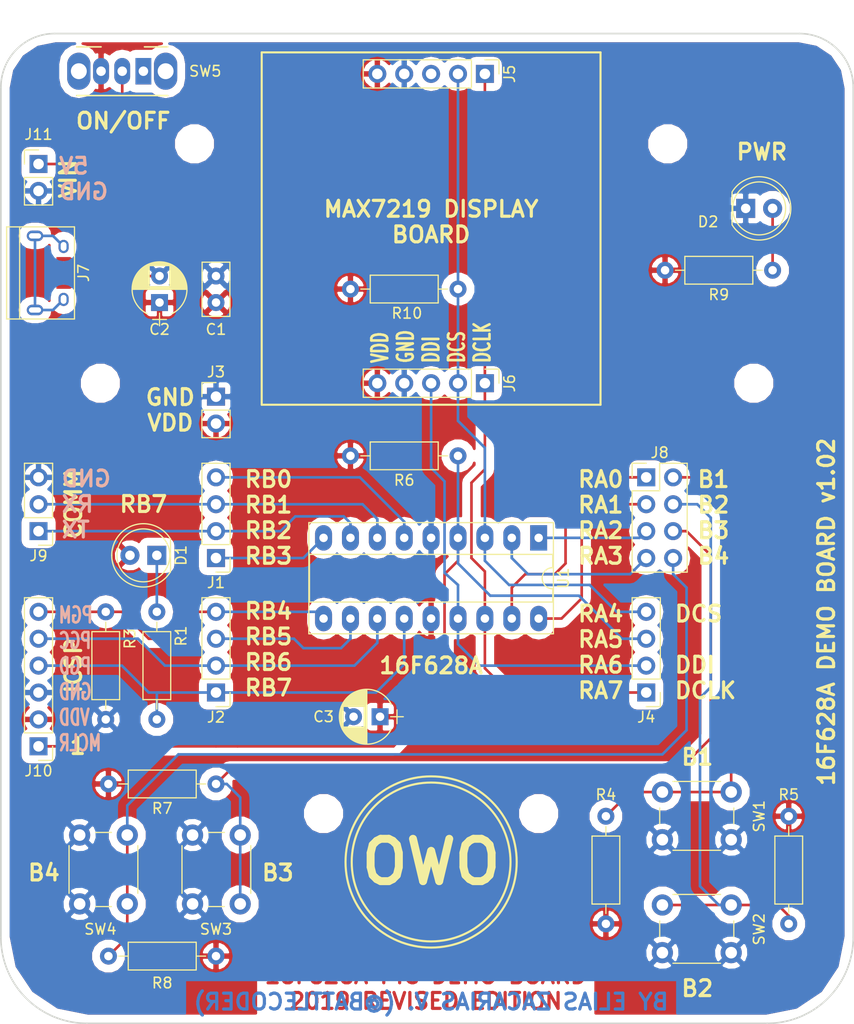
<source format=kicad_pcb>
(kicad_pcb (version 4) (host pcbnew 4.0.6)
  (layers (0 F.Cu signal) (31 B.Cu signal) (34 B.Paste user) (35 F.Paste user) (36 B.SilkS user) (37 F.SilkS user) (38 B.Mask user) (39 F.Mask user) (44 Edge.Cuts user))
  (net 0 "")
  (net 1 VDD)
  (net 2 GND)
  (net 3 "Net-(D2-Pad2)")
  (net 4 RB3)
  (net 5 RB0)
  (net 6 RB5)
  (net 7 RA0)
  (net 8 RA1)
  (net 9 RA2)
  (net 10 RA3)
  (net 11 DIS_CS)
  (net 12 DIS_DI)
  (net 13 DIS_CLK)
  (net 14 "Net-(J7-Pad6)")
  (net 15 "Net-(J8-Pad2)")
  (net 16 "Net-(J8-Pad4)")
  (net 17 "Net-(J8-Pad6)")
  (net 18 "Net-(J8-Pad8)")
  (net 19 RB2/TX)
  (net 20 RB1/RX)
  (net 21 RB7/PGD)
  (net 22 RB6/PGC)
  (net 23 RA5/_MCLR)
  (net 24 RB4/PGM)
  (net 25 DIS_DO)
  (net 26 "Net-(J7-Pad2)")
  (net 27 "Net-(J7-Pad3)")
  (net 28 "Net-(J7-Pad4)")
  (net 29 "Net-(SW5-Pad1)")
  (net 30 "Net-(D1-Pad1)")
  (net 31 "Net-(J11-Pad1)")
  (module Connectors:USB_Micro-B (layer F.Cu) (at 145.542 91.186 270)
    (fp_text reference J7 (at 0 -3.24 270) (layer F.SilkS))
    (fp_text value USB_OTG)
    (pad 1 smd rect (at -1.3 -1.35) (size 1.35 0.4) (layers F.Cu F.Paste F.Mask) (net 31 "Net-(J11-Pad1)"))
    (pad 2 smd rect (at -0.65 -1.35) (size 1.35 0.4) (layers F.Cu F.Paste F.Mask) (net 26 "Net-(J7-Pad2)"))
    (pad 3 smd rect (at 0 -1.35) (size 1.35 0.4) (layers F.Cu F.Paste F.Mask) (net 27 "Net-(J7-Pad3)"))
    (pad 4 smd rect (at 0.65 -1.35) (size 1.35 0.4) (layers F.Cu F.Paste F.Mask) (net 28 "Net-(J7-Pad4)"))
    (pad 5 smd rect (at 1.3 -1.35) (size 1.35 0.4) (layers F.Cu F.Paste F.Mask) (net 2 GND))
    (pad 6 thru_hole oval (at -2.5 -1.35) (size 0.95 1.25) (drill oval 0.55 0.85) (layers *.Cu *.Mask) (net 14 "Net-(J7-Pad6)"))
    (pad 6 thru_hole oval (at 2.5 -1.35) (size 0.95 1.25) (drill oval 0.55 0.85) (layers *.Cu *.Mask) (net 14 "Net-(J7-Pad6)"))
    (pad 6 thru_hole oval (at -3.5 1.35) (size 1.55 1) (drill oval 1.15 0.5) (layers *.Cu *.Mask) (net 14 "Net-(J7-Pad6)"))
    (pad 6 thru_hole oval (at 3.5 1.35) (size 1.55 1) (drill oval 1.15 0.5) (layers *.Cu *.Mask) (net 14 "Net-(J7-Pad6)"))
  )
  (module Buttons_Switches_THT:SW_PUSH_6mm (layer F.Cu) (at 203.454 150.876)
    (fp_text reference SW2 (at 9.144 2.286 90) (layer F.SilkS))
    (fp_text value B2)
    (pad 2 thru_hole circle (at 0 4.5 90) (size 2 2) (drill 1.1) (layers *.Cu *.Mask) (net 2 GND))
    (pad 1 thru_hole circle (at 0 0 90) (size 2 2) (drill 1.1) (layers *.Cu *.Mask) (net 16 "Net-(J8-Pad4)"))
    (pad 2 thru_hole circle (at 6.5 4.5 90) (size 2 2) (drill 1.1) (layers *.Cu *.Mask) (net 2 GND))
    (pad 1 thru_hole circle (at 6.5 0 90) (size 2 2) (drill 1.1) (layers *.Cu *.Mask) (net 16 "Net-(J8-Pad4)"))
  )
  (module Mounting_Holes:MountingHole_2.2mm_M2 (layer F.Cu) (at 203.962 78.994)
    (fp_text reference "" hide)
    (fp_text value MountingHole_2.2mm_M2)
    (pad 1 np_thru_hole circle (at 0 0) (size 2.2 2.2) (drill 2.2) (layers *.Cu *.Mask))
  )
  (module Mounting_Holes:MountingHole_2.2mm_M2 (layer F.Cu) (at 159.258 78.994)
    (fp_text reference "" hide)
    (fp_text value MountingHole_2.2mm_M2)
    (pad 1 np_thru_hole circle (at 0 0) (size 2.2 2.2) (drill 2.2) (layers *.Cu *.Mask))
  )
  (module Mounting_Holes:MountingHole_2.2mm_M2 (layer F.Cu) (at 150.368 101.6)
    (fp_text reference "" hide)
    (fp_text value MountingHole_2.2mm_M2)
    (pad 1 np_thru_hole circle (at 0 0) (size 2.2 2.2) (drill 2.2) (layers *.Cu *.Mask))
  )
  (module Mounting_Holes:MountingHole_2.2mm_M2 (layer F.Cu) (at 212.09 101.6)
    (fp_text reference "" hide)
    (fp_text value MountingHole_2.2mm_M2)
    (pad 1 np_thru_hole circle (at 0 0) (size 2.2 2.2) (drill 2.2) (layers *.Cu *.Mask))
  )
  (module Mounting_Holes:MountingHole_2.2mm_M2 (layer F.Cu) (at 191.77 142.24)
    (fp_text reference "" hide)
    (fp_text value MountingHole_2.2mm_M2)
    (pad 1 np_thru_hole circle (at 0 0) (size 2.2 2.2) (drill 2.2) (layers *.Cu *.Mask))
  )
  (module Capacitors_THT:C_Disc_D5.0mm_W2.5mm_P2.50mm (layer F.Cu) (at 161.29 93.98 90)
    (fp_text reference C1 (at -2.54 0 180) (layer F.SilkS))
    (fp_text value 0.1uF)
    (pad 1 thru_hole circle (at 0 0 90) (size 1.6 1.6) (drill 0.8) (layers *.Cu *.Mask) (net 1 VDD))
    (pad 2 thru_hole circle (at 2.5 0 90) (size 1.6 1.6) (drill 0.8) (layers *.Cu *.Mask) (net 2 GND))
  )
  (module Capacitors_THT:CP_Radial_D5.0mm_P2.50mm (layer F.Cu) (at 155.956 93.98 90)
    (fp_text reference C2 (at -2.54 0 180) (layer F.SilkS))
    (fp_text value 10uF)
    (pad 1 thru_hole rect (at 0 0 90) (size 1.6 1.6) (drill 0.8) (layers *.Cu *.Mask) (net 1 VDD))
    (pad 2 thru_hole circle (at 2.5 0 90) (size 1.6 1.6) (drill 0.8) (layers *.Cu *.Mask) (net 2 GND))
  )
  (module LEDs:LED_D5.0mm (layer F.Cu) (at 211.328 85.09)
    (fp_text reference D2 (at -3.556 1.27) (layer F.SilkS))
    (fp_text value LED)
    (pad 1 thru_hole rect (at 0 0) (size 1.8 1.8) (drill 0.9) (layers *.Cu *.Mask) (net 2 GND))
    (pad 2 thru_hole circle (at 2.54 0) (size 1.8 1.8) (drill 0.9) (layers *.Cu *.Mask) (net 3 "Net-(D2-Pad2)"))
  )
  (module Pin_Headers:Pin_Header_Straight_1x04_Pitch2.54mm (layer F.Cu) (at 161.29 118.11 180)
    (fp_text reference J1 (at 0 -2.33 180) (layer F.SilkS))
    (fp_text value RB0-3)
    (pad 1 thru_hole rect (at 0 0 180) (size 1.7 1.7) (drill 1) (layers *.Cu *.Mask) (net 4 RB3))
    (pad 2 thru_hole oval (at 0 2.54 180) (size 1.7 1.7) (drill 1) (layers *.Cu *.Mask) (net 19 RB2/TX))
    (pad 3 thru_hole oval (at 0 5.08 180) (size 1.7 1.7) (drill 1) (layers *.Cu *.Mask) (net 20 RB1/RX))
    (pad 4 thru_hole oval (at 0 7.62 180) (size 1.7 1.7) (drill 1) (layers *.Cu *.Mask) (net 5 RB0))
  )
  (module Pin_Headers:Pin_Header_Straight_1x05_Pitch2.54mm (layer F.Cu) (at 186.69 72.39 270)
    (fp_text reference J5 (at 0 -2.33 270) (layer F.SilkS))
    (fp_text value DISPLAY_1)
    (pad 1 thru_hole rect (at 0 0 270) (size 1.7 1.7) (drill 1) (layers *.Cu *.Mask) (net 13 DIS_CLK))
    (pad 2 thru_hole oval (at 0 2.54 270) (size 1.7 1.7) (drill 1) (layers *.Cu *.Mask) (net 11 DIS_CS))
    (pad 3 thru_hole oval (at 0 5.08 270) (size 1.7 1.7) (drill 1) (layers *.Cu *.Mask) (net 25 DIS_DO))
    (pad 4 thru_hole oval (at 0 7.62 270) (size 1.7 1.7) (drill 1) (layers *.Cu *.Mask) (net 2 GND))
    (pad 5 thru_hole oval (at 0 10.16 270) (size 1.7 1.7) (drill 1) (layers *.Cu *.Mask) (net 1 VDD))
  )
  (module Pin_Headers:Pin_Header_Straight_1x05_Pitch2.54mm (layer F.Cu) (at 186.69 101.6 270)
    (fp_text reference J6 (at 0 -2.33 270) (layer F.SilkS))
    (fp_text value DISPLAY_2)
    (pad 1 thru_hole rect (at 0 0 270) (size 1.7 1.7) (drill 1) (layers *.Cu *.Mask) (net 13 DIS_CLK))
    (pad 2 thru_hole oval (at 0 2.54 270) (size 1.7 1.7) (drill 1) (layers *.Cu *.Mask) (net 11 DIS_CS))
    (pad 3 thru_hole oval (at 0 5.08 270) (size 1.7 1.7) (drill 1) (layers *.Cu *.Mask) (net 12 DIS_DI))
    (pad 4 thru_hole oval (at 0 7.62 270) (size 1.7 1.7) (drill 1) (layers *.Cu *.Mask) (net 2 GND))
    (pad 5 thru_hole oval (at 0 10.16 270) (size 1.7 1.7) (drill 1) (layers *.Cu *.Mask) (net 1 VDD))
  )
  (module Pin_Headers:Pin_Header_Straight_2x04_Pitch2.54mm (layer F.Cu) (at 201.93 110.49)
    (fp_text reference J8 (at 1.27 -2.33) (layer F.SilkS))
    (fp_text value CONN_02X04)
    (pad 1 thru_hole rect (at 0 0) (size 1.7 1.7) (drill 1) (layers *.Cu *.Mask) (net 7 RA0))
    (pad 2 thru_hole oval (at 2.54 0) (size 1.7 1.7) (drill 1) (layers *.Cu *.Mask) (net 15 "Net-(J8-Pad2)"))
    (pad 3 thru_hole oval (at 0 2.54) (size 1.7 1.7) (drill 1) (layers *.Cu *.Mask) (net 8 RA1))
    (pad 4 thru_hole oval (at 2.54 2.54) (size 1.7 1.7) (drill 1) (layers *.Cu *.Mask) (net 16 "Net-(J8-Pad4)"))
    (pad 5 thru_hole oval (at 0 5.08) (size 1.7 1.7) (drill 1) (layers *.Cu *.Mask) (net 9 RA2))
    (pad 6 thru_hole oval (at 2.54 5.08) (size 1.7 1.7) (drill 1) (layers *.Cu *.Mask) (net 17 "Net-(J8-Pad6)"))
    (pad 7 thru_hole oval (at 0 7.62) (size 1.7 1.7) (drill 1) (layers *.Cu *.Mask) (net 10 RA3))
    (pad 8 thru_hole oval (at 2.54 7.62) (size 1.7 1.7) (drill 1) (layers *.Cu *.Mask) (net 18 "Net-(J8-Pad8)"))
  )
  (module Pin_Headers:Pin_Header_Straight_1x03_Pitch2.54mm (layer F.Cu) (at 144.526 115.57 180)
    (fp_text reference J9 (at 0 -2.33 180) (layer F.SilkS))
    (fp_text value COMM)
    (pad 1 thru_hole rect (at 0 0 180) (size 1.7 1.7) (drill 1) (layers *.Cu *.Mask) (net 19 RB2/TX))
    (pad 2 thru_hole oval (at 0 2.54 180) (size 1.7 1.7) (drill 1) (layers *.Cu *.Mask) (net 20 RB1/RX))
    (pad 3 thru_hole oval (at 0 5.08 180) (size 1.7 1.7) (drill 1) (layers *.Cu *.Mask) (net 2 GND))
  )
  (module Pin_Headers:Pin_Header_Straight_1x06_Pitch2.54mm (layer F.Cu) (at 144.526 135.89 180)
    (fp_text reference J10 (at 0 -2.33 180) (layer F.SilkS))
    (fp_text value ICSP)
    (pad 1 thru_hole rect (at 0 0 180) (size 1.7 1.7) (drill 1) (layers *.Cu *.Mask) (net 23 RA5/_MCLR))
    (pad 2 thru_hole oval (at 0 2.54 180) (size 1.7 1.7) (drill 1) (layers *.Cu *.Mask) (net 1 VDD))
    (pad 3 thru_hole oval (at 0 5.08 180) (size 1.7 1.7) (drill 1) (layers *.Cu *.Mask) (net 2 GND))
    (pad 4 thru_hole oval (at 0 7.62 180) (size 1.7 1.7) (drill 1) (layers *.Cu *.Mask) (net 21 RB7/PGD))
    (pad 5 thru_hole oval (at 0 10.16 180) (size 1.7 1.7) (drill 1) (layers *.Cu *.Mask) (net 22 RB6/PGC))
    (pad 6 thru_hole oval (at 0 12.7 180) (size 1.7 1.7) (drill 1) (layers *.Cu *.Mask) (net 24 RB4/PGM))
  )
  (module Resistors_THT:R_Axial_DIN0207_L6.3mm_D2.5mm_P10.16mm_Horizontal (layer F.Cu) (at 150.876 133.35 90)
    (fp_text reference R3 (at 7.62 2.286 90) (layer F.SilkS))
    (fp_text value 10K)
    (pad 1 thru_hole circle (at 0 0 90) (size 1.6 1.6) (drill 0.8) (layers *.Cu *.Mask) (net 2 GND))
    (pad 2 thru_hole oval (at 10.16 0 90) (size 1.6 1.6) (drill 0.8) (layers *.Cu *.Mask) (net 24 RB4/PGM))
  )
  (module Resistors_THT:R_Axial_DIN0207_L6.3mm_D2.5mm_P10.16mm_Horizontal (layer F.Cu) (at 198.12 142.494 270)
    (fp_text reference R4 (at -2.032 0 360) (layer F.SilkS))
    (fp_text value 10K)
    (pad 1 thru_hole circle (at 0 0 270) (size 1.6 1.6) (drill 0.8) (layers *.Cu *.Mask) (net 15 "Net-(J8-Pad2)"))
    (pad 2 thru_hole oval (at 10.16 0 270) (size 1.6 1.6) (drill 0.8) (layers *.Cu *.Mask) (net 1 VDD))
  )
  (module Resistors_THT:R_Axial_DIN0207_L6.3mm_D2.5mm_P10.16mm_Horizontal (layer F.Cu) (at 215.392 152.654 90)
    (fp_text reference R5 (at 12.192 0 180) (layer F.SilkS))
    (fp_text value 10K)
    (pad 1 thru_hole circle (at 0 0 90) (size 1.6 1.6) (drill 0.8) (layers *.Cu *.Mask) (net 16 "Net-(J8-Pad4)"))
    (pad 2 thru_hole oval (at 10.16 0 90) (size 1.6 1.6) (drill 0.8) (layers *.Cu *.Mask) (net 1 VDD))
  )
  (module Resistors_THT:R_Axial_DIN0207_L6.3mm_D2.5mm_P10.16mm_Horizontal (layer F.Cu) (at 184.15 108.458 180)
    (fp_text reference R6 (at 5.08 -2.31 180) (layer F.SilkS))
    (fp_text value 10K)
    (pad 1 thru_hole circle (at 0 0 180) (size 1.6 1.6) (drill 0.8) (layers *.Cu *.Mask) (net 23 RA5/_MCLR))
    (pad 2 thru_hole oval (at 10.16 0 180) (size 1.6 1.6) (drill 0.8) (layers *.Cu *.Mask) (net 1 VDD))
  )
  (module Resistors_THT:R_Axial_DIN0207_L6.3mm_D2.5mm_P10.16mm_Horizontal (layer F.Cu) (at 161.29 139.446 180)
    (fp_text reference R7 (at 5.08 -2.31 180) (layer F.SilkS))
    (fp_text value 10K)
    (pad 1 thru_hole circle (at 0 0 180) (size 1.6 1.6) (drill 0.8) (layers *.Cu *.Mask) (net 17 "Net-(J8-Pad6)"))
    (pad 2 thru_hole oval (at 10.16 0 180) (size 1.6 1.6) (drill 0.8) (layers *.Cu *.Mask) (net 1 VDD))
  )
  (module Resistors_THT:R_Axial_DIN0207_L6.3mm_D2.5mm_P10.16mm_Horizontal (layer F.Cu) (at 151.13 155.702)
    (fp_text reference R8 (at 5.08 2.54) (layer F.SilkS))
    (fp_text value 10K)
    (pad 1 thru_hole circle (at 0 0) (size 1.6 1.6) (drill 0.8) (layers *.Cu *.Mask) (net 18 "Net-(J8-Pad8)"))
    (pad 2 thru_hole oval (at 10.16 0) (size 1.6 1.6) (drill 0.8) (layers *.Cu *.Mask) (net 1 VDD))
  )
  (module Resistors_THT:R_Axial_DIN0207_L6.3mm_D2.5mm_P10.16mm_Horizontal (layer F.Cu) (at 213.868 90.932 180)
    (fp_text reference R9 (at 5.08 -2.31 180) (layer F.SilkS))
    (fp_text value 330)
    (pad 1 thru_hole circle (at 0 0 180) (size 1.6 1.6) (drill 0.8) (layers *.Cu *.Mask) (net 3 "Net-(D2-Pad2)"))
    (pad 2 thru_hole oval (at 10.16 0 180) (size 1.6 1.6) (drill 0.8) (layers *.Cu *.Mask) (net 1 VDD))
  )
  (module Buttons_Switches_THT:SW_PUSH_6mm (layer F.Cu) (at 203.454 140.208)
    (fp_text reference SW1 (at 9.144 2.286 90) (layer F.SilkS))
    (fp_text value B1)
    (pad 2 thru_hole circle (at 0 4.5 90) (size 2 2) (drill 1.1) (layers *.Cu *.Mask) (net 2 GND))
    (pad 1 thru_hole circle (at 0 0 90) (size 2 2) (drill 1.1) (layers *.Cu *.Mask) (net 15 "Net-(J8-Pad2)"))
    (pad 2 thru_hole circle (at 6.5 4.5 90) (size 2 2) (drill 1.1) (layers *.Cu *.Mask) (net 2 GND))
    (pad 1 thru_hole circle (at 6.5 0 90) (size 2 2) (drill 1.1) (layers *.Cu *.Mask) (net 15 "Net-(J8-Pad2)"))
  )
  (module Buttons_Switches_THT:SW_PUSH_6mm (layer F.Cu) (at 163.576 144.272 270)
    (fp_text reference SW3 (at 8.89 2.286 360) (layer F.SilkS))
    (fp_text value B3)
    (pad 2 thru_hole circle (at 0 4.5) (size 2 2) (drill 1.1) (layers *.Cu *.Mask) (net 2 GND))
    (pad 1 thru_hole circle (at 0 0) (size 2 2) (drill 1.1) (layers *.Cu *.Mask) (net 17 "Net-(J8-Pad6)"))
    (pad 2 thru_hole circle (at 6.5 4.5) (size 2 2) (drill 1.1) (layers *.Cu *.Mask) (net 2 GND))
    (pad 1 thru_hole circle (at 6.5 0) (size 2 2) (drill 1.1) (layers *.Cu *.Mask) (net 17 "Net-(J8-Pad6)"))
  )
  (module Buttons_Switches_THT:SW_PUSH_6mm (layer F.Cu) (at 152.908 144.272 270)
    (fp_text reference SW4 (at 8.89 2.54 360) (layer F.SilkS))
    (fp_text value B4)
    (pad 2 thru_hole circle (at 0 4.5) (size 2 2) (drill 1.1) (layers *.Cu *.Mask) (net 2 GND))
    (pad 1 thru_hole circle (at 0 0) (size 2 2) (drill 1.1) (layers *.Cu *.Mask) (net 18 "Net-(J8-Pad8)"))
    (pad 2 thru_hole circle (at 6.5 4.5) (size 2 2) (drill 1.1) (layers *.Cu *.Mask) (net 2 GND))
    (pad 1 thru_hole circle (at 6.5 0) (size 2 2) (drill 1.1) (layers *.Cu *.Mask) (net 18 "Net-(J8-Pad8)"))
  )
  (module Housings_DIP:DIP-18_W7.62mm_Socket_LongPads (layer F.Cu) (at 191.77 116.205 270)
    (fp_text reference U1 (at 3.81 -2.33 270) (layer F.SilkS))
    (fp_text value "PIC16(L)F628A-I/P")
    (pad 1 thru_hole rect (at 0 0 270) (size 2.4 1.6) (drill 0.8) (layers *.Cu *.Mask) (net 9 RA2))
    (pad 10 thru_hole oval (at 7.62 20.32 270) (size 2.4 1.6) (drill 0.8) (layers *.Cu *.Mask) (net 24 RB4/PGM))
    (pad 2 thru_hole oval (at 0 2.54 270) (size 2.4 1.6) (drill 0.8) (layers *.Cu *.Mask) (net 10 RA3))
    (pad 11 thru_hole oval (at 7.62 17.78 270) (size 2.4 1.6) (drill 0.8) (layers *.Cu *.Mask) (net 6 RB5))
    (pad 3 thru_hole oval (at 0 5.08 270) (size 2.4 1.6) (drill 0.8) (layers *.Cu *.Mask) (net 11 DIS_CS))
    (pad 12 thru_hole oval (at 7.62 15.24 270) (size 2.4 1.6) (drill 0.8) (layers *.Cu *.Mask) (net 22 RB6/PGC))
    (pad 4 thru_hole oval (at 0 7.62 270) (size 2.4 1.6) (drill 0.8) (layers *.Cu *.Mask) (net 23 RA5/_MCLR))
    (pad 13 thru_hole oval (at 7.62 12.7 270) (size 2.4 1.6) (drill 0.8) (layers *.Cu *.Mask) (net 21 RB7/PGD))
    (pad 5 thru_hole oval (at 0 10.16 270) (size 2.4 1.6) (drill 0.8) (layers *.Cu *.Mask) (net 2 GND))
    (pad 14 thru_hole oval (at 7.62 10.16 270) (size 2.4 1.6) (drill 0.8) (layers *.Cu *.Mask) (net 1 VDD))
    (pad 6 thru_hole oval (at 0 12.7 270) (size 2.4 1.6) (drill 0.8) (layers *.Cu *.Mask) (net 5 RB0))
    (pad 15 thru_hole oval (at 7.62 7.62 270) (size 2.4 1.6) (drill 0.8) (layers *.Cu *.Mask) (net 12 DIS_DI))
    (pad 7 thru_hole oval (at 0 15.24 270) (size 2.4 1.6) (drill 0.8) (layers *.Cu *.Mask) (net 20 RB1/RX))
    (pad 16 thru_hole oval (at 7.62 5.08 270) (size 2.4 1.6) (drill 0.8) (layers *.Cu *.Mask) (net 13 DIS_CLK))
    (pad 8 thru_hole oval (at 0 17.78 270) (size 2.4 1.6) (drill 0.8) (layers *.Cu *.Mask) (net 19 RB2/TX))
    (pad 17 thru_hole oval (at 7.62 2.54 270) (size 2.4 1.6) (drill 0.8) (layers *.Cu *.Mask) (net 7 RA0))
    (pad 9 thru_hole oval (at 0 20.32 270) (size 2.4 1.6) (drill 0.8) (layers *.Cu *.Mask) (net 4 RB3))
    (pad 18 thru_hole oval (at 7.62 0 270) (size 2.4 1.6) (drill 0.8) (layers *.Cu *.Mask) (net 8 RA1))
  )
  (module Resistors_THT:R_Axial_DIN0207_L6.3mm_D2.5mm_P10.16mm_Horizontal (layer F.Cu) (at 184.15 92.71 180)
    (fp_text reference R10 (at 4.826 -2.286 180) (layer F.SilkS))
    (fp_text value 10K)
    (pad 1 thru_hole circle (at 0 0 180) (size 1.6 1.6) (drill 0.8) (layers *.Cu *.Mask) (net 11 DIS_CS))
    (pad 2 thru_hole oval (at 10.16 0 180) (size 1.6 1.6) (drill 0.8) (layers *.Cu *.Mask) (net 1 VDD))
  )
  (module Pin_Headers:Pin_Header_Straight_1x04_Pitch2.54mm (layer F.Cu) (at 161.29 130.81 180)
    (fp_text reference J2 (at 0 -2.33 180) (layer F.SilkS))
    (fp_text value RB4-7)
    (pad 1 thru_hole rect (at 0 0 180) (size 1.7 1.7) (drill 1) (layers *.Cu *.Mask) (net 21 RB7/PGD))
    (pad 2 thru_hole oval (at 0 2.54 180) (size 1.7 1.7) (drill 1) (layers *.Cu *.Mask) (net 22 RB6/PGC))
    (pad 3 thru_hole oval (at 0 5.08 180) (size 1.7 1.7) (drill 1) (layers *.Cu *.Mask) (net 6 RB5))
    (pad 4 thru_hole oval (at 0 7.62 180) (size 1.7 1.7) (drill 1) (layers *.Cu *.Mask) (net 24 RB4/PGM))
  )
  (module Pin_Headers:Pin_Header_Straight_1x04_Pitch2.54mm (layer F.Cu) (at 201.93 130.81 180)
    (fp_text reference J4 (at 0 -2.33 180) (layer F.SilkS))
    (fp_text value RA4-7)
    (pad 1 thru_hole rect (at 0 0 180) (size 1.7 1.7) (drill 1) (layers *.Cu *.Mask) (net 13 DIS_CLK))
    (pad 2 thru_hole oval (at 0 2.54 180) (size 1.7 1.7) (drill 1) (layers *.Cu *.Mask) (net 12 DIS_DI))
    (pad 3 thru_hole oval (at 0 5.08 180) (size 1.7 1.7) (drill 1) (layers *.Cu *.Mask) (net 23 RA5/_MCLR))
    (pad 4 thru_hole oval (at 0 7.62 180) (size 1.7 1.7) (drill 1) (layers *.Cu *.Mask) (net 11 DIS_CS))
  )
  (module Mounting_Holes:MountingHole_2.2mm_M2 (layer F.Cu) (at 171.45 142.24)
    (fp_text reference "" hide)
    (fp_text value MountingHole_2.2mm_M2)
    (pad 1 np_thru_hole circle (at 0 0) (size 2.2 2.2) (drill 2.2) (layers *.Cu *.Mask))
  )
  (module Pin_Headers:Pin_Header_Straight_1x02_Pitch2.54mm (layer F.Cu) (at 161.29 102.87)
    (fp_text reference J3 (at 0 -2.33) (layer F.SilkS))
    (fp_text value PWR_CONN)
    (pad 1 thru_hole rect (at 0 0) (size 1.7 1.7) (drill 1) (layers *.Cu *.Mask) (net 2 GND))
    (pad 2 thru_hole oval (at 0 2.54) (size 1.7 1.7) (drill 1) (layers *.Cu *.Mask) (net 1 VDD))
  )
  (module Buttons_Switches_THT:SW_CuK_OS102011MA1QN1_SPDT_Angled (layer F.Cu) (at 154.432 72.136 180)
    (fp_text reference SW5 (at -5.842 0 180) (layer F.SilkS))
    (fp_text value SW_DPDT_x2)
    (pad 1 thru_hole rect (at 0 0 180) (size 1.5 2.5) (drill 0.9) (layers *.Cu *.Mask) (net 29 "Net-(SW5-Pad1)"))
    (pad 2 thru_hole oval (at 2 0 180) (size 1.5 2.5) (drill 0.9) (layers *.Cu *.Mask) (net 31 "Net-(J11-Pad1)"))
    (pad 3 thru_hole oval (at 4 0 180) (size 1.5 2.5) (drill 0.9) (layers *.Cu *.Mask) (net 1 VDD))
    (pad "" thru_hole oval (at -2.1 0 180) (size 2.2 3.5) (drill 1.5) (layers *.Cu *.Mask))
    (pad "" thru_hole oval (at 6.1 0 180) (size 2.2 3.5) (drill 1.5) (layers *.Cu *.Mask))
  )
  (module LEDs:LED_D5.0mm (layer F.Cu) (at 155.702 117.856 180)
    (fp_text reference D1 (at -2.286 0 450) (layer F.SilkS))
    (fp_text value LED)
    (pad 1 thru_hole rect (at 0 0 180) (size 1.8 1.8) (drill 0.9) (layers *.Cu *.Mask) (net 30 "Net-(D1-Pad1)"))
    (pad 2 thru_hole circle (at 2.54 0 180) (size 1.8 1.8) (drill 0.9) (layers *.Cu *.Mask) (net 1 VDD))
  )
  (module Resistors_THT:R_Axial_DIN0207_L6.3mm_D2.5mm_P10.16mm_Horizontal (layer F.Cu) (at 155.702 133.35 90)
    (fp_text reference R1 (at 7.874 2.286 90) (layer F.SilkS))
    (fp_text value 4K7)
    (pad 1 thru_hole circle (at 0 0 90) (size 1.6 1.6) (drill 0.8) (layers *.Cu *.Mask) (net 21 RB7/PGD))
    (pad 2 thru_hole oval (at 10.16 0 90) (size 1.6 1.6) (drill 0.8) (layers *.Cu *.Mask) (net 30 "Net-(D1-Pad1)"))
  )
  (module Pin_Headers:Pin_Header_Straight_1x02_Pitch2.54mm (layer F.Cu) (at 144.526 80.899)
    (fp_text reference J11 (at 0 -2.794) (layer F.SilkS))
    (fp_text value VIN)
    (pad 1 thru_hole rect (at 0 0) (size 1.7 1.7) (drill 1) (layers *.Cu *.Mask) (net 31 "Net-(J11-Pad1)"))
    (pad 2 thru_hole oval (at 0 2.54) (size 1.7 1.7) (drill 1) (layers *.Cu *.Mask) (net 2 GND))
  )
  (module Capacitors_THT:CP_Radial_D5.0mm_P2.50mm (layer F.Cu) (at 176.784 133.096 180)
    (fp_text reference C3 (at 5.334 0 180) (layer F.SilkS))
    (fp_text value 1uF)
    (pad 1 thru_hole rect (at 0 0 180) (size 1.6 1.6) (drill 0.8) (layers *.Cu *.Mask) (net 1 VDD))
    (pad 2 thru_hole circle (at 2.5 0 180) (size 1.6 1.6) (drill 0.8) (layers *.Cu *.Mask) (net 2 GND))
  )
  (gr_text "VDD\nGND\nDDI\nDCS\nDCLK" (at 181.61 99.822 90) (layer F.SilkS) (effects (font (size 1.5 1) (thickness 0.25)) (justify left)))
  (gr_text "5V\nGND" (at 146.304 82.296) (layer B.SilkS) (effects (font (size 1.5 1.5) (thickness 0.3)) (justify right mirror)))
  (gr_text "GND\nRX\nTX" (at 146.558 113.03) (layer B.SilkS) (effects (font (size 1.5 1.5) (thickness 0.3)) (justify right mirror)))
  (gr_text "PGM\nPGC\nPGD\nGND\nVDD\nMCLR" (at 146.304 129.54) (layer B.SilkS) (effects (font (size 1.5 1) (thickness 0.25)) (justify right mirror)))
  (gr_text 1 (at 147.32 135.89) (layer F.SilkS) (effects (font (size 1.5 1.5) (thickness 0.3)) (justify left)))
  (gr_text "16F628A DEMO BOARD v1.02" (at 218.948 123.19 90) (layer F.SilkS) (effects (font (size 1.5 1.5) (thickness 0.3))))
  (gr_text VIN (at 147.32 82.296 90) (layer F.SilkS) (effects (font (size 1.5 1.5) (thickness 0.3))))
  (gr_text ON/OFF (at 152.527 76.835) (layer F.SilkS) (effects (font (size 1.5 1.5) (thickness 0.3))))
  (gr_text "DCS\n\nDDI\nDCLK" (at 204.47 127) (layer F.SilkS) (effects (font (size 1.5 1.5) (thickness 0.3)) (justify left)))
  (gr_text "MAX7219 DISPLAY\nBOARD" (at 181.61 86.36) (layer F.SilkS) (effects (font (size 1.5 1.5) (thickness 0.3))))
  (gr_circle (center 181.61 146.812) (end 187.198 152.654) (layer F.SilkS) (width 0.2))
  (gr_circle (center 181.61 146.812) (end 188.214 150.368) (layer F.SilkS) (width 0.2))
  (gr_text OWO (at 181.61 146.812) (layer F.SilkS) (effects (font (size 4 4) (thickness 0.75))))
  (gr_text RB7 (at 154.432 113.03) (layer F.SilkS) (effects (font (size 1.5 1.5) (thickness 0.3))))
  (gr_line (start 165.608 70.358) (end 165.608 103.632) (angle 90) (layer F.SilkS) (width 0.2))
  (gr_line (start 197.612 70.358) (end 197.612 103.632) (angle 90) (layer F.SilkS) (width 0.2))
  (gr_text "GND\nVDD" (at 156.972 104.14) (layer F.SilkS) (effects (font (size 1.5 1.5) (thickness 0.3))))
  (gr_text 16F628A (at 181.61 128.27) (layer F.SilkS) (effects (font (size 1.5 1.5) (thickness 0.3))))
  (gr_line (start 149.098 162.052) (end 213.36 162.052) (angle 90) (layer Edge.Cuts) (width 0.15))
  (gr_line (start 140.97 73.66) (end 140.97 153.924) (angle 90) (layer Edge.Cuts) (width 0.15))
  (gr_line (start 216.408 68.58) (end 146.05 68.58) (angle 90) (layer Edge.Cuts) (width 0.15))
  (gr_line (start 221.488 153.924) (end 221.488 73.66) (angle 90) (layer Edge.Cuts) (width 0.15))
  (gr_arc (start 149.098 153.924) (end 149.098 162.052) (angle 90) (layer Edge.Cuts) (width 0.15))
  (gr_arc (start 213.36 153.924) (end 221.488 153.924) (angle 90) (layer Edge.Cuts) (width 0.15))
  (gr_arc (start 146.05 73.66) (end 140.97 73.66) (angle 90) (layer Edge.Cuts) (width 0.15))
  (gr_arc (start 216.408 73.66) (end 216.408 68.58) (angle 90) (layer Edge.Cuts) (width 0.15))
  (gr_line (start 165.608 103.632) (end 197.612 103.632) (angle 90) (layer F.SilkS) (width 0.2))
  (gr_line (start 197.612 70.358) (end 165.608 70.358) (angle 90) (layer F.SilkS) (width 0.2))
  (gr_text "BY ELIAS ZACARIAS V. (@BATTLECODER)" (at 181.61 160.02) (layer B.Cu) (effects (font (size 1.5 1.5) (thickness 0.3)) (justify mirror)))
  (gr_text B2 (at 206.756 158.75) (layer F.SilkS) (effects (font (size 1.5 1.5) (thickness 0.3))))
  (gr_text B1 (at 206.756 136.906) (layer F.SilkS) (effects (font (size 1.5 1.5) (thickness 0.3))))
  (gr_text B3 (at 167.132 147.828) (layer F.SilkS) (effects (font (size 1.5 1.5) (thickness 0.3))))
  (gr_text B4 (at 145.034 147.828) (layer F.SilkS) (effects (font (size 1.5 1.5) (thickness 0.3))))
  (gr_text PWR (at 212.852 79.756) (layer F.SilkS) (effects (font (size 1.5 1.5) (thickness 0.3))))
  (gr_text "B1\nB2\nB3\nB4" (at 208.28 114.3) (layer F.SilkS) (effects (font (size 1.5 1.5) (thickness 0.3))))
  (gr_text COMM (at 147.828 113.03 90) (layer F.SilkS) (effects (font (size 1.5 1.5) (thickness 0.3))))
  (gr_text ICSP (at 147.828 128.27 90) (layer F.SilkS) (effects (font (size 1.5 1.5) (thickness 0.3))))
  (gr_text "RB4\nRB5\nRB6\nRB7" (at 163.83 126.746) (layer F.SilkS) (effects (font (size 1.5 1.5) (thickness 0.3)) (justify left)))
  (gr_text "RB0\nRB1\nRB2\nRB3" (at 163.83 114.3) (layer F.SilkS) (effects (font (size 1.5 1.5) (thickness 0.3)) (justify left)))
  (gr_text "RA4\nRA5\nRA6\nRA7" (at 195.326 127) (layer F.SilkS) (effects (font (size 1.5 1.5) (thickness 0.3)) (justify left)))
  (gr_text "RA0\nRA1\nRA2\nRA3" (at 195.326 114.3) (layer F.SilkS) (effects (font (size 1.5 1.5) (thickness 0.3)) (justify left)))
  (gr_text "16F628A PIC DEMO BOARD\n2019 REVISED EDITION" (at 181.102 158.75) (layer F.Cu) (effects (font (size 1.5 1.5) (thickness 0.3))))
  (segment (start 146.892 92.486) (end 153.513 92.486) (width 0.25) (layer F.Cu) (net 2))
  (segment (start 154.519 91.48) (end 155.956 91.48) (width 0.25) (layer F.Cu) (net 2))
  (segment (start 153.513 92.486) (end 154.519 91.48) (width 0.25) (layer F.Cu) (net 2))
  (segment (start 213.868 85.09) (end 213.868 90.932) (width 0.25) (layer F.Cu) (net 3))
  (segment (start 161.29 118.11) (end 169.545 118.11) (width 0.25) (layer B.Cu) (net 4))
  (segment (start 169.545 118.11) (end 171.45 116.205) (width 0.25) (layer B.Cu) (net 4))
  (segment (start 161.29 110.49) (end 174.879 110.49) (width 0.25) (layer B.Cu) (net 5))
  (segment (start 179.07 114.681) (end 179.07 116.205) (width 0.25) (layer B.Cu) (net 5))
  (segment (start 174.879 110.49) (end 179.07 114.681) (width 0.25) (layer B.Cu) (net 5))
  (segment (start 161.29 125.73) (end 168.656 125.73) (width 0.25) (layer B.Cu) (net 6))
  (segment (start 173.99 125.73) (end 173.99 123.825) (width 0.25) (layer B.Cu) (net 6))
  (segment (start 173.101 126.619) (end 173.99 125.73) (width 0.25) (layer B.Cu) (net 6))
  (segment (start 169.545 126.619) (end 173.101 126.619) (width 0.25) (layer B.Cu) (net 6))
  (segment (start 168.656 125.73) (end 169.545 126.619) (width 0.25) (layer B.Cu) (net 6))
  (segment (start 189.23 123.825) (end 189.23 120.904) (width 0.25) (layer F.Cu) (net 7))
  (segment (start 197.104 110.49) (end 201.93 110.49) (width 0.25) (layer F.Cu) (net 7))
  (segment (start 194.31 113.284) (end 197.104 110.49) (width 0.25) (layer F.Cu) (net 7))
  (segment (start 194.31 118.618) (end 194.31 113.284) (width 0.25) (layer F.Cu) (net 7))
  (segment (start 193.294 119.634) (end 194.31 118.618) (width 0.25) (layer F.Cu) (net 7))
  (segment (start 190.5 119.634) (end 193.294 119.634) (width 0.25) (layer F.Cu) (net 7))
  (segment (start 189.23 120.904) (end 190.5 119.634) (width 0.25) (layer F.Cu) (net 7))
  (segment (start 191.77 123.825) (end 193.929 123.825) (width 0.25) (layer F.Cu) (net 8))
  (segment (start 197.612 113.03) (end 201.93 113.03) (width 0.25) (layer F.Cu) (net 8))
  (segment (start 195.834 114.808) (end 197.612 113.03) (width 0.25) (layer F.Cu) (net 8))
  (segment (start 195.834 121.92) (end 195.834 114.808) (width 0.25) (layer F.Cu) (net 8))
  (segment (start 193.929 123.825) (end 195.834 121.92) (width 0.25) (layer F.Cu) (net 8))
  (segment (start 191.77 116.205) (end 201.295 116.205) (width 0.25) (layer B.Cu) (net 9))
  (segment (start 201.295 116.205) (end 201.93 115.57) (width 0.25) (layer B.Cu) (net 9))
  (segment (start 189.23 116.205) (end 189.23 118.11) (width 0.25) (layer B.Cu) (net 10))
  (segment (start 200.406 119.634) (end 201.93 118.11) (width 0.25) (layer B.Cu) (net 10))
  (segment (start 190.754 119.634) (end 200.406 119.634) (width 0.25) (layer B.Cu) (net 10))
  (segment (start 189.23 118.11) (end 190.754 119.634) (width 0.25) (layer B.Cu) (net 10))
  (segment (start 184.15 92.71) (end 184.15 101.6) (width 0.25) (layer B.Cu) (net 11))
  (segment (start 184.15 90.932) (end 184.15 92.71) (width 0.25) (layer B.Cu) (net 11))
  (segment (start 184.15 91.186) (end 184.15 90.932) (width 0.25) (layer B.Cu) (net 11))
  (segment (start 184.15 90.932) (end 184.15 72.39) (width 0.25) (layer B.Cu) (net 11))
  (segment (start 201.93 123.19) (end 199.136 123.19) (width 0.25) (layer B.Cu) (net 11))
  (segment (start 186.69 118.364) (end 186.69 116.205) (width 0.25) (layer B.Cu) (net 11))
  (segment (start 188.976 120.65) (end 186.69 118.364) (width 0.25) (layer B.Cu) (net 11))
  (segment (start 196.596 120.65) (end 188.976 120.65) (width 0.25) (layer B.Cu) (net 11))
  (segment (start 199.136 123.19) (end 196.596 120.65) (width 0.25) (layer B.Cu) (net 11))
  (segment (start 184.15 101.6) (end 184.15 105.156) (width 0.25) (layer B.Cu) (net 11))
  (segment (start 184.15 105.156) (end 186.69 107.696) (width 0.25) (layer B.Cu) (net 11))
  (segment (start 186.69 107.696) (end 186.69 116.205) (width 0.25) (layer B.Cu) (net 11))
  (segment (start 184.15 123.825) (end 184.15 126.238) (width 0.25) (layer B.Cu) (net 12))
  (segment (start 186.182 128.27) (end 201.93 128.27) (width 0.25) (layer B.Cu) (net 12))
  (segment (start 184.15 126.238) (end 186.182 128.27) (width 0.25) (layer B.Cu) (net 12))
  (segment (start 181.61 101.6) (end 181.61 109.601) (width 0.25) (layer B.Cu) (net 12))
  (segment (start 184.15 120.65) (end 184.15 123.825) (width 0.25) (layer B.Cu) (net 12))
  (segment (start 182.88 119.507) (end 184.15 120.65) (width 0.25) (layer B.Cu) (net 12))
  (segment (start 182.88 110.871) (end 182.88 119.507) (width 0.25) (layer B.Cu) (net 12))
  (segment (start 181.61 109.601) (end 182.88 110.871) (width 0.25) (layer B.Cu) (net 12))
  (segment (start 186.69 101.6) (end 186.69 72.39) (width 0.25) (layer F.Cu) (net 13))
  (segment (start 186.69 123.825) (end 186.69 119.38) (width 0.25) (layer F.Cu) (net 13))
  (segment (start 186.69 109.728) (end 186.69 101.6) (width 0.25) (layer F.Cu) (net 13))
  (segment (start 185.42 110.998) (end 186.69 109.728) (width 0.25) (layer F.Cu) (net 13))
  (segment (start 185.42 118.11) (end 185.42 110.998) (width 0.25) (layer F.Cu) (net 13))
  (segment (start 186.69 119.38) (end 185.42 118.11) (width 0.25) (layer F.Cu) (net 13))
  (segment (start 186.69 123.825) (end 186.69 128.524) (width 0.25) (layer F.Cu) (net 13))
  (segment (start 188.976 130.81) (end 201.93 130.81) (width 0.25) (layer F.Cu) (net 13))
  (segment (start 186.69 128.524) (end 188.976 130.81) (width 0.25) (layer F.Cu) (net 13))
  (segment (start 144.192 87.686) (end 144.192 94.686) (width 0.25) (layer B.Cu) (net 14))
  (segment (start 144.192 94.686) (end 145.892 94.686) (width 0.25) (layer B.Cu) (net 14))
  (segment (start 145.892 94.686) (end 146.892 93.686) (width 0.25) (layer B.Cu) (net 14))
  (segment (start 144.192 87.686) (end 145.892 87.686) (width 0.25) (layer B.Cu) (net 14))
  (segment (start 145.892 87.686) (end 146.892 88.686) (width 0.25) (layer B.Cu) (net 14))
  (segment (start 204.47 110.49) (end 207.01 110.49) (width 0.25) (layer F.Cu) (net 15))
  (segment (start 209.954 113.434) (end 209.954 140.208) (width 0.25) (layer F.Cu) (net 15))
  (segment (start 207.01 110.49) (end 209.954 113.434) (width 0.25) (layer F.Cu) (net 15))
  (segment (start 209.954 140.208) (end 203.454 140.208) (width 0.25) (layer F.Cu) (net 15))
  (segment (start 203.454 140.208) (end 200.406 140.208) (width 0.25) (layer F.Cu) (net 15))
  (segment (start 200.406 140.208) (end 198.12 142.494) (width 0.25) (layer F.Cu) (net 15))
  (segment (start 209.954 150.876) (end 214.376 150.876) (width 0.25) (layer F.Cu) (net 16))
  (segment (start 214.376 150.876) (end 215.392 151.892) (width 0.25) (layer F.Cu) (net 16))
  (segment (start 204.47 113.03) (end 206.756 113.03) (width 0.25) (layer B.Cu) (net 16))
  (segment (start 206.756 113.03) (end 208.026 114.3) (width 0.25) (layer B.Cu) (net 16))
  (segment (start 208.026 114.3) (end 208.026 130.302) (width 0.25) (layer B.Cu) (net 16))
  (segment (start 208.026 130.302) (end 207.01 131.318) (width 0.25) (layer B.Cu) (net 16))
  (segment (start 207.01 131.318) (end 207.01 149.098) (width 0.25) (layer B.Cu) (net 16))
  (segment (start 207.01 149.098) (end 208.788 150.876) (width 0.25) (layer B.Cu) (net 16))
  (segment (start 208.788 150.876) (end 209.954 150.876) (width 0.25) (layer B.Cu) (net 16))
  (segment (start 209.954 150.876) (end 203.454 150.876) (width 0.25) (layer F.Cu) (net 16))
  (segment (start 215.392 151.892) (end 215.392 152.654) (width 0.25) (layer F.Cu) (net 16))
  (segment (start 204.47 115.57) (end 205.74 115.57) (width 0.25) (layer F.Cu) (net 17))
  (segment (start 162.56 138.176) (end 161.29 139.446) (width 0.25) (layer F.Cu) (net 17))
  (segment (start 204.978 138.176) (end 162.56 138.176) (width 0.25) (layer F.Cu) (net 17))
  (segment (start 208.026 135.128) (end 204.978 138.176) (width 0.25) (layer F.Cu) (net 17))
  (segment (start 208.026 117.856) (end 208.026 135.128) (width 0.25) (layer F.Cu) (net 17))
  (segment (start 205.74 115.57) (end 208.026 117.856) (width 0.25) (layer F.Cu) (net 17))
  (segment (start 163.576 144.272) (end 163.576 150.772) (width 0.25) (layer B.Cu) (net 17))
  (segment (start 161.29 139.446) (end 162.306 139.446) (width 0.25) (layer B.Cu) (net 17))
  (segment (start 163.576 140.716) (end 163.576 144.272) (width 0.25) (layer B.Cu) (net 17))
  (segment (start 162.306 139.446) (end 163.576 140.716) (width 0.25) (layer B.Cu) (net 17))
  (segment (start 204.47 118.11) (end 204.47 119.634) (width 0.25) (layer B.Cu) (net 18))
  (segment (start 152.908 141.478) (end 152.908 144.272) (width 0.25) (layer B.Cu) (net 18))
  (segment (start 157.734 136.652) (end 152.908 141.478) (width 0.25) (layer B.Cu) (net 18))
  (segment (start 203.454 136.652) (end 157.734 136.652) (width 0.25) (layer B.Cu) (net 18))
  (segment (start 205.74 134.366) (end 203.454 136.652) (width 0.25) (layer B.Cu) (net 18))
  (segment (start 205.74 120.904) (end 205.74 134.366) (width 0.25) (layer B.Cu) (net 18))
  (segment (start 204.47 119.634) (end 205.74 120.904) (width 0.25) (layer B.Cu) (net 18))
  (segment (start 152.908 150.772) (end 152.908 153.924) (width 0.25) (layer F.Cu) (net 18))
  (segment (start 152.908 153.924) (end 151.13 155.702) (width 0.25) (layer F.Cu) (net 18))
  (segment (start 152.908 144.272) (end 152.908 148.336) (width 0.25) (layer F.Cu) (net 18))
  (segment (start 152.908 148.336) (end 152.908 150.772) (width 0.25) (layer F.Cu) (net 18))
  (segment (start 152.908 150.772) (end 152.908 150.114) (width 0.25) (layer F.Cu) (net 18))
  (segment (start 161.29 115.57) (end 144.526 115.57) (width 0.25) (layer B.Cu) (net 19))
  (segment (start 161.29 115.57) (end 167.386 115.57) (width 0.25) (layer B.Cu) (net 19))
  (segment (start 173.99 114.808) (end 173.99 116.205) (width 0.25) (layer B.Cu) (net 19))
  (segment (start 173.355 114.173174) (end 173.99 114.808) (width 0.25) (layer B.Cu) (net 19))
  (segment (start 168.782957 114.176298) (end 173.355 114.173174) (width 0.25) (layer B.Cu) (net 19))
  (segment (start 167.386 115.57) (end 168.782957 114.176298) (width 0.25) (layer B.Cu) (net 19))
  (segment (start 144.526 113.03) (end 161.29 113.03) (width 0.25) (layer B.Cu) (net 20))
  (segment (start 161.29 113.03) (end 175.133 113.03) (width 0.25) (layer B.Cu) (net 20))
  (segment (start 176.53 114.427) (end 176.53 116.205) (width 0.25) (layer B.Cu) (net 20))
  (segment (start 175.133 113.03) (end 176.53 114.427) (width 0.25) (layer B.Cu) (net 20))
  (segment (start 155.702 133.35) (end 155.702 130.81) (width 0.25) (layer B.Cu) (net 21))
  (segment (start 155.702 130.81) (end 155.956 130.81) (width 0.25) (layer B.Cu) (net 21))
  (segment (start 161.29 130.81) (end 155.956 130.81) (width 0.25) (layer B.Cu) (net 21))
  (segment (start 155.956 130.81) (end 154.94 130.81) (width 0.25) (layer B.Cu) (net 21))
  (segment (start 152.4 128.27) (end 148.082 128.27) (width 0.25) (layer B.Cu) (net 21))
  (segment (start 148.082 128.27) (end 144.526 128.27) (width 0.25) (layer B.Cu) (net 21))
  (segment (start 154.94 130.81) (end 152.4 128.27) (width 0.25) (layer B.Cu) (net 21))
  (segment (start 177.8 129.413) (end 177.8 129.4765) (width 0.25) (layer B.Cu) (net 21))
  (segment (start 177.8 129.4765) (end 177.8 129.413) (width 0.25) (layer B.Cu) (net 21))
  (segment (start 161.29 130.81) (end 176.403 130.81) (width 0.25) (layer B.Cu) (net 21))
  (segment (start 179.07 128.143) (end 179.07 123.825) (width 0.25) (layer B.Cu) (net 21))
  (segment (start 176.403 130.81) (end 177.8 129.413) (width 0.25) (layer B.Cu) (net 21))
  (segment (start 177.8 129.413) (end 179.07 128.143) (width 0.25) (layer B.Cu) (net 21))
  (segment (start 144.526 125.73) (end 153.924 125.73) (width 0.25) (layer B.Cu) (net 22))
  (segment (start 156.464 128.27) (end 161.29 128.27) (width 0.25) (layer B.Cu) (net 22))
  (segment (start 153.924 125.73) (end 156.464 128.27) (width 0.25) (layer B.Cu) (net 22))
  (segment (start 161.29 128.27) (end 174.371 128.27) (width 0.25) (layer B.Cu) (net 22))
  (segment (start 176.53 126.111) (end 176.53 123.825) (width 0.25) (layer B.Cu) (net 22))
  (segment (start 174.371 128.27) (end 176.53 126.111) (width 0.25) (layer B.Cu) (net 22))
  (segment (start 144.526 135.89) (end 161.29 135.89) (width 0.25) (layer F.Cu) (net 23))
  (segment (start 161.29 135.89) (end 163.322 135.89) (width 0.25) (layer F.Cu) (net 23))
  (segment (start 163.322 135.89) (end 178.054 135.89) (width 0.25) (layer F.Cu) (net 23))
  (segment (start 178.054 135.89) (end 182.88 130.81) (width 0.25) (layer F.Cu) (net 23))
  (segment (start 182.88 130.81) (end 182.88 119.634) (width 0.25) (layer F.Cu) (net 23))
  (segment (start 182.88 119.634) (end 184.15 118.364) (width 0.25) (layer F.Cu) (net 23))
  (segment (start 184.15 118.364) (end 184.15 116.205) (width 0.25) (layer F.Cu) (net 23))
  (segment (start 184.15 116.205) (end 184.15 118.618) (width 0.25) (layer B.Cu) (net 23))
  (segment (start 199.644 125.73) (end 201.93 125.73) (width 0.25) (layer B.Cu) (net 23))
  (segment (start 195.58 121.666) (end 199.644 125.73) (width 0.25) (layer B.Cu) (net 23))
  (segment (start 187.198 121.666) (end 195.58 121.666) (width 0.25) (layer B.Cu) (net 23))
  (segment (start 184.15 118.618) (end 187.198 121.666) (width 0.25) (layer B.Cu) (net 23))
  (segment (start 184.15 116.205) (end 184.15 108.458) (width 0.25) (layer B.Cu) (net 23))
  (segment (start 150.876 123.19) (end 152.4 123.19) (width 0.25) (layer F.Cu) (net 24))
  (segment (start 159.004 123.19) (end 161.29 123.19) (width 0.25) (layer F.Cu) (net 24))
  (segment (start 156.464 125.73) (end 159.004 123.19) (width 0.25) (layer F.Cu) (net 24))
  (segment (start 154.94 125.73) (end 156.464 125.73) (width 0.25) (layer F.Cu) (net 24))
  (segment (start 152.4 123.19) (end 154.94 125.73) (width 0.25) (layer F.Cu) (net 24))
  (segment (start 144.526 123.19) (end 150.876 123.19) (width 0.25) (layer F.Cu) (net 24))
  (segment (start 161.29 123.19) (end 170.815 123.19) (width 0.25) (layer B.Cu) (net 24))
  (segment (start 170.815 123.19) (end 171.45 123.825) (width 0.25) (layer B.Cu) (net 24))
  (segment (start 155.702 117.856) (end 155.702 123.19) (width 0.25) (layer B.Cu) (net 30))
  (segment (start 152.432 80.899) (end 152.432 86.836) (width 0.25) (layer F.Cu) (net 31))
  (segment (start 149.382 89.886) (end 146.892 89.886) (width 0.25) (layer F.Cu) (net 31))
  (segment (start 152.432 86.836) (end 149.382 89.886) (width 0.25) (layer F.Cu) (net 31))
  (segment (start 144.526 80.899) (end 152.432 80.899) (width 0.25) (layer F.Cu) (net 31))
  (segment (start 152.432 80.899) (end 152.432 72.136) (width 0.25) (layer F.Cu) (net 31))
  (zone (net 1) (net_name VDD) (layer F.Cu) (connect_pads (clearance 0.75)) (min_thickness 0.254) (fill yes (arc_segments 16) (thermal_gap 0.508) (thermal_bridge_width 0.508))
    (polygon (pts (xy 140.97 68.58) (xy 221.488 68.58) (xy 221.488 162.052) (xy 140.97 162.052)))
  )
  (zone (net 2) (net_name GND) (layer B.Cu) (connect_pads (clearance 0.75)) (min_thickness 0.254) (fill yes (arc_segments 16) (thermal_gap 0.508) (thermal_bridge_width 0.508))
    (polygon (pts (xy 140.97 68.58) (xy 221.488 68.58) (xy 221.488 162.052) (xy 140.97 162.052)))
  )
)
</source>
